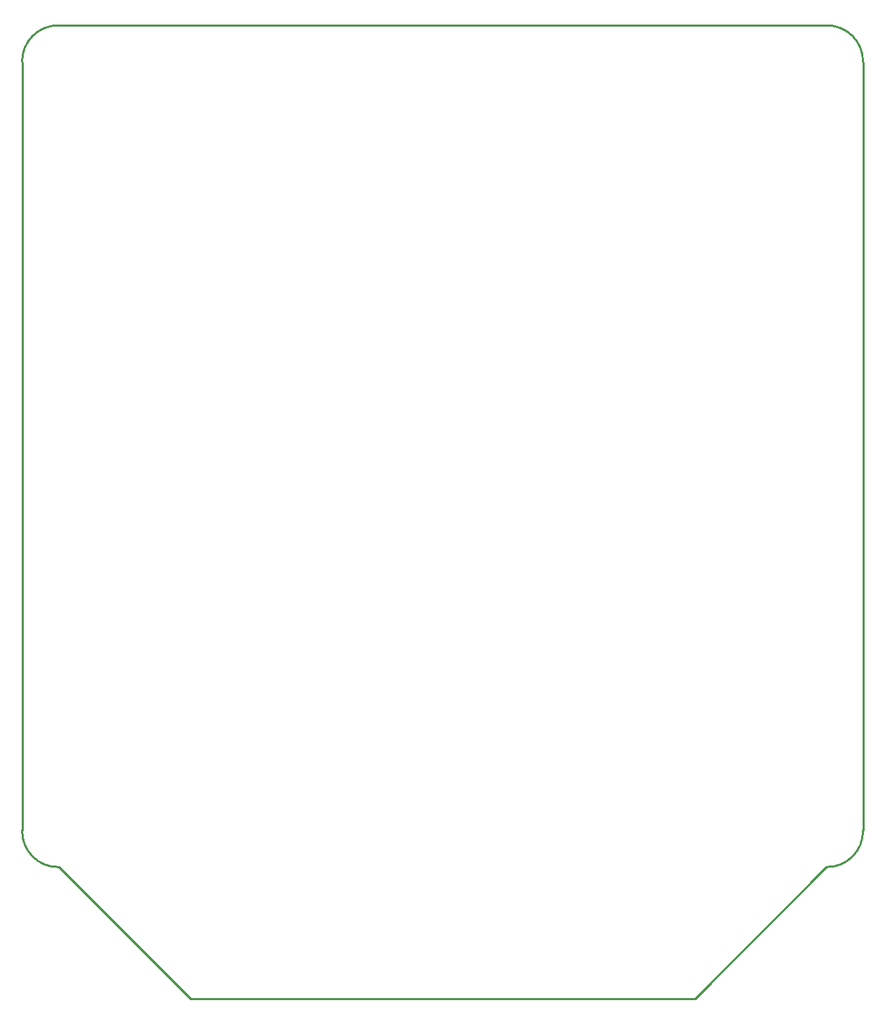
<source format=gm1>
G04*
G04 #@! TF.GenerationSoftware,Altium Limited,Altium Designer,20.1.11 (218)*
G04*
G04 Layer_Color=16711935*
%FSLAX24Y24*%
%MOIN*%
G70*
G04*
G04 #@! TF.SameCoordinates,6E5F219A-F95A-408D-A6A4-F8ABCC739CFB*
G04*
G04*
G04 #@! TF.FilePolarity,Positive*
G04*
G01*
G75*
%ADD12C,0.0100*%
D12*
X81750Y169500D02*
G03*
X83500Y167750I1708J-42D01*
G01*
X120000D02*
G03*
X121750Y169500I42J1708D01*
G01*
Y206000D02*
G03*
X120000Y207750I-1708J42D01*
G01*
X83500D02*
G03*
X81750Y206000I-42J-1708D01*
G01*
X83500Y207750D02*
X120000D01*
X89750Y161500D02*
X113750D01*
X83500Y167750D02*
X89750Y161500D01*
X113750D02*
X120000Y167750D01*
X121750Y169500D02*
Y206000D01*
X81750Y169500D02*
Y206000D01*
Y169500D02*
G03*
X83500Y167750I1708J-42D01*
G01*
X120000D02*
G03*
X121750Y169500I42J1708D01*
G01*
Y206000D02*
G03*
X120000Y207750I-1708J42D01*
G01*
X83500D02*
G03*
X81750Y206000I-42J-1708D01*
G01*
X83500Y207750D02*
X120000D01*
X89750Y161500D02*
X113750D01*
X83500Y167750D02*
X89750Y161500D01*
X113750D02*
X120000Y167750D01*
X121750Y169500D02*
Y206000D01*
X81750Y169500D02*
Y206000D01*
M02*

</source>
